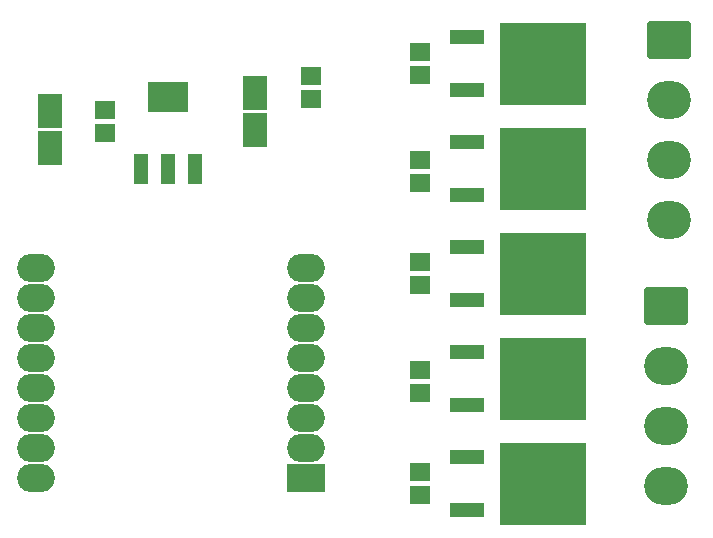
<source format=gts>
G04*
G04 #@! TF.GenerationSoftware,Altium Limited,Altium Designer,20.2.6 (244)*
G04*
G04 Layer_Color=8388736*
%FSLAX42Y42*%
%MOMM*%
G71*
G04*
G04 #@! TF.SameCoordinates,69541536-4934-4505-9BE5-47F4DBCBE851*
G04*
G04*
G04 #@! TF.FilePolarity,Negative*
G04*
G01*
G75*
%ADD19R,2.05X2.90*%
%ADD20R,7.40X7.05*%
%ADD21R,3.00X1.25*%
%ADD22R,3.50X2.55*%
%ADD23R,1.20X2.55*%
%ADD24R,1.70X1.50*%
%ADD25O,3.20X2.40*%
%ADD26R,3.20X2.40*%
%ADD27O,3.70X3.20*%
G04:AMPARAMS|DCode=28|XSize=3.7mm|YSize=3.2mm|CornerRadius=0.25mm|HoleSize=0mm|Usage=FLASHONLY|Rotation=0.000|XOffset=0mm|YOffset=0mm|HoleType=Round|Shape=RoundedRectangle|*
%AMROUNDEDRECTD28*
21,1,3.70,2.70,0,0,0.0*
21,1,3.20,3.20,0,0,0.0*
1,1,0.50,1.60,-1.35*
1,1,0.50,-1.60,-1.35*
1,1,0.50,-1.60,1.35*
1,1,0.50,1.60,1.35*
%
%ADD28ROUNDEDRECTD28*%
D19*
X472Y3350D02*
D03*
Y3660D02*
D03*
X2214Y3503D02*
D03*
Y3813D02*
D03*
D20*
X4648Y508D02*
D03*
Y2286D02*
D03*
Y3175D02*
D03*
Y4064D02*
D03*
Y1397D02*
D03*
D21*
X4008Y280D02*
D03*
Y736D02*
D03*
Y2058D02*
D03*
Y2514D02*
D03*
Y2947D02*
D03*
Y3403D02*
D03*
Y3836D02*
D03*
Y4292D02*
D03*
Y1169D02*
D03*
Y1625D02*
D03*
D22*
X1473Y3779D02*
D03*
D23*
X1703Y3174D02*
D03*
X1473D02*
D03*
X1243D02*
D03*
D24*
X2684Y3956D02*
D03*
Y3766D02*
D03*
X3607Y4159D02*
D03*
Y3969D02*
D03*
X943Y3670D02*
D03*
Y3480D02*
D03*
X3607Y1467D02*
D03*
Y1277D02*
D03*
Y2381D02*
D03*
Y2191D02*
D03*
Y3245D02*
D03*
Y3055D02*
D03*
Y603D02*
D03*
Y413D02*
D03*
D25*
X356Y2337D02*
D03*
Y2083D02*
D03*
Y1829D02*
D03*
Y1575D02*
D03*
Y1321D02*
D03*
Y1067D02*
D03*
Y813D02*
D03*
Y559D02*
D03*
X2642Y2337D02*
D03*
Y2083D02*
D03*
Y1829D02*
D03*
Y1575D02*
D03*
Y1321D02*
D03*
Y1067D02*
D03*
Y813D02*
D03*
D26*
Y559D02*
D03*
D27*
X5690Y483D02*
D03*
Y991D02*
D03*
Y1499D02*
D03*
X5715Y2743D02*
D03*
Y3251D02*
D03*
Y3759D02*
D03*
D28*
X5690Y2007D02*
D03*
X5715Y4267D02*
D03*
M02*

</source>
